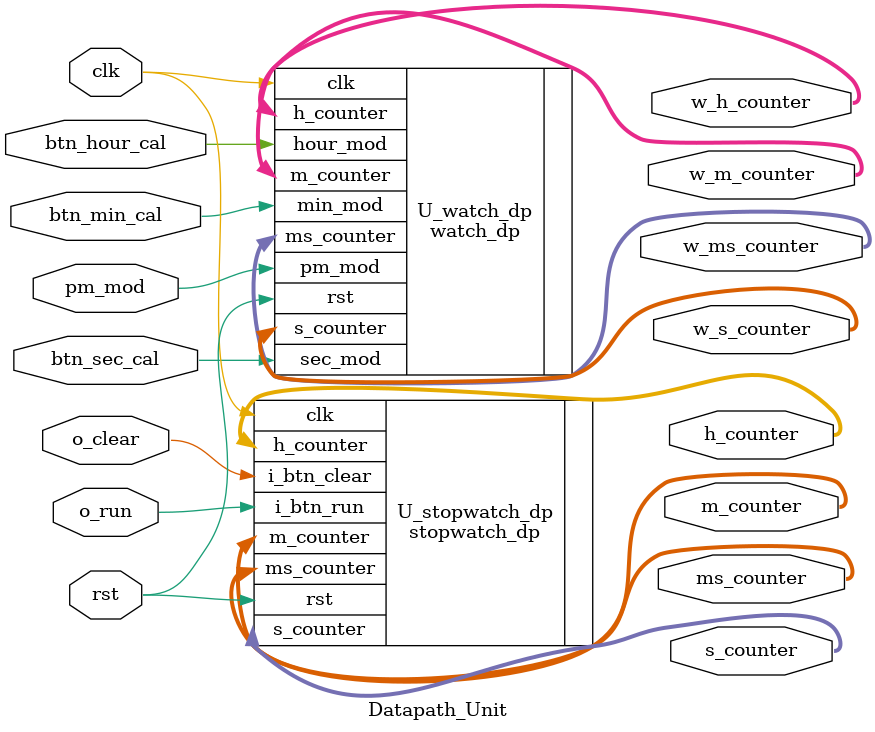
<source format=v>
module Datapath_Unit (
    input clk,
    input rst,
    input o_run,
    input o_clear,
    input pm_mod,
    input btn_sec_cal,
    input btn_min_cal,
    input btn_hour_cal,
    output [6:0] ms_counter,
    output [5:0] s_counter, m_counter,
    output [4:0] h_counter,
    output [6:0] w_ms_counter,
    output [5:0] w_s_counter, w_m_counter,
    output [4:0] w_h_counter
);
    
stopwatch_dp U_stopwatch_dp(
                    .clk(clk),
                    .rst(rst),
                    .i_btn_run(o_run),
                    .i_btn_clear(o_clear),
                    .ms_counter(ms_counter),
                    .s_counter(s_counter),
                    .m_counter(m_counter),
                    .h_counter(h_counter)
);
watch_dp U_watch_dp(
                    .clk(clk),
                    .rst(rst),
                    .pm_mod(pm_mod),
                    .sec_mod(btn_sec_cal),
                    .min_mod(btn_min_cal),
                    .hour_mod(btn_hour_cal),
                    .ms_counter(w_ms_counter),
                    .s_counter(w_s_counter),
                    .m_counter(w_m_counter),
                    .h_counter(w_h_counter)
);


endmodule
</source>
